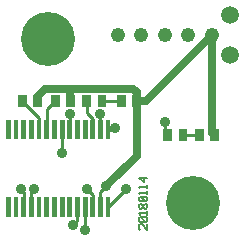
<source format=gbr>
G04 start of page 2 for group 0 idx 0 *
G04 Title: encoder, top *
G04 Creator: pcb 20140316 *
G04 CreationDate: Mon 15 Jan 2018 02:12:54 AM GMT UTC *
G04 For: brian *
G04 Format: Gerber/RS-274X *
G04 PCB-Dimensions (mil): 1250.00 1300.00 *
G04 PCB-Coordinate-Origin: lower left *
%MOIN*%
%FSLAX25Y25*%
%LNTOP*%
%ADD23C,0.1285*%
%ADD22C,0.0437*%
%ADD21C,0.0279*%
%ADD20C,0.0200*%
%ADD19C,0.0360*%
%ADD18R,0.0165X0.0165*%
%ADD17R,0.0295X0.0295*%
%ADD16C,0.1800*%
%ADD15C,0.0597*%
%ADD14C,0.0480*%
%ADD13C,0.0060*%
%ADD12C,0.0250*%
%ADD11C,0.0100*%
G54D11*X74441Y85500D02*X68059D01*
X62941D02*Y81559D01*
X65000Y79500D01*
Y76000D01*
X67531Y75929D02*Y80969D01*
X67500Y81000D01*
G54D12*X49000Y89500D02*X78500D01*
X79559Y88441D01*
X82748Y85500D02*X79559D01*
G54D11*X72500Y76500D02*X71929Y75929D01*
X70050D01*
G54D12*X79559Y67059D02*X69500Y57000D01*
G54D11*X67531Y55031D02*X69500Y57000D01*
X57294Y75929D02*X57300Y75934D01*
Y81100D01*
X62413Y50141D02*Y42587D01*
X62500Y42500D01*
X59854Y45354D02*X58500Y44000D01*
X59854Y50141D02*Y45354D01*
X41940Y50141D02*Y55060D01*
X41000Y56000D01*
X44499Y50141D02*Y54999D01*
X45500Y56000D01*
X64972Y50141D02*Y54028D01*
X63000Y56000D01*
X67531Y50141D02*Y55031D01*
X70050Y50141D02*X70141D01*
X76000Y56000D01*
X100441Y74000D02*X95059D01*
X89941D02*X89000Y74941D01*
Y78500D01*
G54D12*X104748Y107500D02*X82748Y85500D01*
X104748Y74811D02*Y107500D01*
X105559Y74000D02*X104748Y74811D01*
X79559Y88441D02*Y67059D01*
G54D11*X47058Y79942D02*X45500Y81500D01*
X45441D01*
X41441Y85500D01*
G54D12*X46559D02*Y87059D01*
X49000Y89500D01*
X57559Y85500D02*X57500Y85559D01*
Y89500D01*
G54D11*X47058Y75929D02*Y79942D01*
X49617Y75929D02*Y82676D01*
X52441Y85500D01*
X54735Y75929D02*Y68265D01*
G54D13*X80610Y42500D02*X80240Y42870D01*
Y43980D02*Y42870D01*
Y43980D02*X80610Y44350D01*
X81350D01*
X83200Y42500D02*X81350Y44350D01*
X83200D02*Y42500D01*
X82830Y45238D02*X83200Y45608D01*
X80610Y45238D02*X82830D01*
X80610D02*X80240Y45608D01*
Y46348D02*Y45608D01*
Y46348D02*X80610Y46718D01*
X82830D01*
X83200Y46348D02*X82830Y46718D01*
X83200Y46348D02*Y45608D01*
X82460Y45238D02*X80980Y46718D01*
X80832Y47606D02*X80240Y48198D01*
X83200D01*
Y48716D02*Y47606D01*
X82830Y49604D02*X83200Y49974D01*
X82238Y49604D02*X82830D01*
X82238D02*X81720Y50122D01*
Y50566D02*Y50122D01*
Y50566D02*X82238Y51084D01*
X82830D01*
X83200Y50714D02*X82830Y51084D01*
X83200Y50714D02*Y49974D01*
X81202Y49604D02*X81720Y50122D01*
X80610Y49604D02*X81202D01*
X80610D02*X80240Y49974D01*
Y50714D02*Y49974D01*
Y50714D02*X80610Y51084D01*
X81202D01*
X81720Y50566D02*X81202Y51084D01*
X82830Y51972D02*X83200Y52342D01*
X80610Y51972D02*X82830D01*
X80610D02*X80240Y52342D01*
Y53082D02*Y52342D01*
Y53082D02*X80610Y53452D01*
X82830D01*
X83200Y53082D02*X82830Y53452D01*
X83200Y53082D02*Y52342D01*
X82460Y51972D02*X80980Y53452D01*
X80832Y54340D02*X80240Y54932D01*
X83200D01*
Y55450D02*Y54340D01*
X80832Y56338D02*X80240Y56930D01*
X83200D01*
Y57448D02*Y56338D01*
X82090Y58336D02*X80240Y59816D01*
X82090Y60186D02*Y58336D01*
X80240Y59816D02*X83200D01*
G54D14*X73252Y107500D03*
X81126D03*
X89000D03*
X96874D03*
X104748D03*
G54D15*X110654Y114193D03*
G54D16*X50000Y106000D03*
G54D15*X110654Y100807D03*
G54D16*X98500Y51500D03*
G54D17*X52441Y85992D02*Y85008D01*
X57559Y85992D02*Y85008D01*
X41441Y85992D02*Y85008D01*
X46559Y85992D02*Y85008D01*
G54D18*X67531Y78389D02*Y73468D01*
X64972Y78389D02*Y73468D01*
X62413Y78389D02*Y73468D01*
X59854Y78389D02*Y73468D01*
X57294Y78389D02*Y73468D01*
X54735Y78389D02*Y73468D01*
X52176Y78389D02*Y73468D01*
X49617Y78389D02*Y73468D01*
X47058Y78389D02*Y73468D01*
X44499Y78389D02*Y73468D01*
X41940Y78389D02*Y73468D01*
X39381Y78389D02*Y73468D01*
X36822Y78389D02*Y73468D01*
Y52602D02*Y47681D01*
X39381Y52602D02*Y47681D01*
X41940Y52602D02*Y47681D01*
X44499Y52602D02*Y47681D01*
X47058Y52602D02*Y47681D01*
X49617Y52602D02*Y47681D01*
X52176Y52602D02*Y47681D01*
X54735Y52602D02*Y47681D01*
X57294Y52602D02*Y47681D01*
X59854Y52602D02*Y47681D01*
X62413Y52602D02*Y47681D01*
X64972Y52602D02*Y47681D01*
X67531Y52602D02*Y47681D01*
X70050Y52602D02*Y47681D01*
G54D17*X100441Y74492D02*Y73508D01*
X105559Y74492D02*Y73508D01*
X95059Y74492D02*Y73508D01*
X89941Y74492D02*Y73508D01*
X74441Y85992D02*Y85008D01*
X68059Y85992D02*Y85008D01*
X62941Y85992D02*Y85008D01*
X79559Y85992D02*Y85008D01*
G54D18*X70050Y78389D02*Y73468D01*
G54D19*X69500Y57000D03*
X62500Y42500D03*
X58500Y44000D03*
X76000Y56000D03*
X63000D03*
X57300Y81100D03*
X54735Y68265D03*
X45500Y56000D03*
X41000D03*
X89000Y78500D03*
X67500Y81000D03*
X72500Y76500D03*
G54D20*G54D21*G54D22*G54D23*G54D22*G54D23*M02*

</source>
